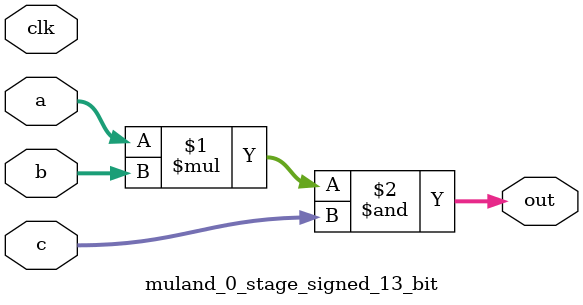
<source format=sv>
(* use_dsp = "yes" *) module muland_0_stage_signed_13_bit(
	input signed [12:0] a,
	input signed [12:0] b,
	input signed [12:0] c,
	output [12:0] out,
	input clk);

	assign out = (a * b) & c;
endmodule

</source>
